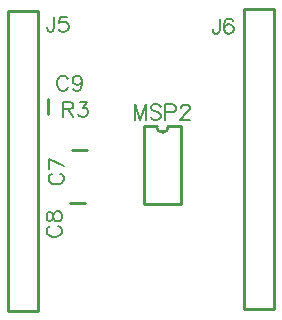
<source format=gto>
G04 DipTrace 3.0.0.2*
G04 TopSilk.gto*
%MOIN*%
G04 #@! TF.FileFunction,Legend,Top*
G04 #@! TF.Part,Single*
%ADD10C,0.009843*%
%ADD36C,0.00772*%
%FSLAX26Y26*%
G04*
G70*
G90*
G75*
G01*
G04 TopSilk*
%LPD*%
X851441Y1065023D2*
D10*
Y805163D1*
X977412Y1065023D2*
Y805163D1*
X851441D2*
X977412D1*
X851441Y1065023D2*
X894738D1*
X934115D2*
X977412D1*
X894738D2*
G03X934115Y1065023I19689J-9D01*
G01*
X500251Y1450271D2*
X400249D1*
Y450230D1*
X500251D1*
Y1450271D1*
X1187660Y456468D2*
X1287661D1*
Y1456508D1*
X1187660D1*
Y456468D1*
X612180Y985360D2*
X663322D1*
X605929Y810360D2*
X657071D1*
X533871Y1105852D2*
Y1156993D1*
X860151Y1088006D2*
D36*
Y1138246D1*
X841028Y1088006D1*
X821904Y1138246D1*
Y1088006D1*
X909083Y1131061D2*
X904330Y1135869D1*
X897145Y1138246D1*
X887584D1*
X880399Y1135869D1*
X875590Y1131061D1*
Y1126308D1*
X878022Y1121499D1*
X880399Y1119123D1*
X885152Y1116746D1*
X899522Y1111938D1*
X904330Y1109561D1*
X906707Y1107129D1*
X909083Y1102376D1*
Y1095191D1*
X904330Y1090438D1*
X897145Y1088006D1*
X887584D1*
X880399Y1090438D1*
X875590Y1095191D1*
X924523Y1111938D2*
X946078D1*
X953208Y1114314D1*
X955639Y1116746D1*
X958016Y1121499D1*
Y1128684D1*
X955639Y1133438D1*
X953208Y1135869D1*
X946078Y1138246D1*
X924523D1*
Y1088006D1*
X975887Y1126253D2*
Y1128629D1*
X978264Y1133438D1*
X980640Y1135814D1*
X985449Y1138191D1*
X995010D1*
X999764Y1135814D1*
X1002140Y1133438D1*
X1004572Y1128629D1*
Y1123876D1*
X1002140Y1119068D1*
X997387Y1111938D1*
X973455Y1088006D1*
X1006949D1*
X552710Y1430807D2*
Y1392561D1*
X550333Y1385376D1*
X547901Y1382999D1*
X543148Y1380567D1*
X538339D1*
X533586Y1382999D1*
X531210Y1385376D1*
X528778Y1392561D1*
Y1397314D1*
X596834Y1430752D2*
X572957D1*
X570581Y1409252D1*
X572957Y1411629D1*
X580142Y1414060D1*
X587272D1*
X594457Y1411629D1*
X599266Y1406875D1*
X601642Y1399690D1*
Y1394937D1*
X599266Y1387752D1*
X594457Y1382944D1*
X587272Y1380567D1*
X580142D1*
X572957Y1382944D1*
X570581Y1385376D1*
X568149Y1390129D1*
X1105166Y1424543D2*
Y1386297D1*
X1102789Y1379112D1*
X1100357Y1376735D1*
X1095604Y1374303D1*
X1090796D1*
X1086042Y1376735D1*
X1083666Y1379112D1*
X1081234Y1386297D1*
Y1391050D1*
X1149290Y1417358D2*
X1146913Y1422111D1*
X1139728Y1424488D1*
X1134975D1*
X1127790Y1422111D1*
X1122981Y1414926D1*
X1120605Y1402988D1*
Y1391050D1*
X1122981Y1381488D1*
X1127790Y1376680D1*
X1134975Y1374303D1*
X1137352D1*
X1144481Y1376680D1*
X1149290Y1381488D1*
X1151666Y1388673D1*
Y1391050D1*
X1149290Y1398235D1*
X1144481Y1402988D1*
X1137352Y1405365D1*
X1134975D1*
X1127790Y1402988D1*
X1122981Y1398235D1*
X1120605Y1391050D1*
X546938Y907952D2*
X542185Y905575D1*
X537377Y900767D1*
X535000Y896014D1*
Y886452D1*
X537377Y881643D1*
X542185Y876890D1*
X546938Y874458D1*
X554123Y872082D1*
X566117D1*
X573247Y874458D1*
X578055Y876890D1*
X582808Y881643D1*
X585240Y886452D1*
Y896013D1*
X582808Y900767D1*
X578055Y905575D1*
X573247Y907952D1*
X585240Y932952D2*
X535055Y956884D1*
Y923391D1*
X540688Y732979D2*
X535934Y730603D1*
X531126Y725794D1*
X528749Y721041D1*
Y711480D1*
X531126Y706671D1*
X535934Y701918D1*
X540688Y699486D1*
X547873Y697109D1*
X559866D1*
X566996Y699486D1*
X571804Y701918D1*
X576558Y706671D1*
X578989Y711479D1*
Y721041D1*
X576558Y725794D1*
X571804Y730603D1*
X566996Y732979D1*
X528805Y760357D2*
X531181Y753227D1*
X535934Y750795D1*
X540743D1*
X545496Y753227D1*
X547928Y757980D1*
X550305Y767542D1*
X552681Y774727D1*
X557490Y779480D1*
X562243Y781857D1*
X569428D1*
X574181Y779480D1*
X576613Y777103D1*
X578989Y769918D1*
Y760357D1*
X576613Y753227D1*
X574181Y750795D1*
X569428Y748419D1*
X562243D1*
X557490Y750795D1*
X552681Y755604D1*
X550305Y762733D1*
X547928Y772295D1*
X545496Y777103D1*
X540743Y779480D1*
X535934D1*
X531181Y777103D1*
X528805Y769918D1*
Y760357D1*
X599405Y1222235D2*
X597028Y1226988D1*
X592220Y1231797D1*
X587467Y1234173D1*
X577905D1*
X573097Y1231797D1*
X568344Y1226988D1*
X565912Y1222235D1*
X563535Y1215050D1*
Y1203056D1*
X565912Y1195927D1*
X568344Y1191118D1*
X573097Y1186365D1*
X577905Y1183933D1*
X587467D1*
X592220Y1186365D1*
X597028Y1191118D1*
X599405Y1195927D1*
X645961Y1217427D2*
X643529Y1210241D1*
X638776Y1205433D1*
X631591Y1203056D1*
X629214D1*
X622029Y1205433D1*
X617276Y1210241D1*
X614844Y1217427D1*
Y1219803D1*
X617276Y1226988D1*
X622029Y1231741D1*
X629214Y1234118D1*
X631591D1*
X638776Y1231741D1*
X643529Y1226988D1*
X645961Y1217427D1*
Y1205433D1*
X643529Y1193495D1*
X638776Y1186310D1*
X631591Y1183933D1*
X626838D1*
X619653Y1186310D1*
X617276Y1191118D1*
X584135Y1122819D2*
X605635D1*
X612820Y1125251D1*
X615252Y1127627D1*
X617628Y1132381D1*
Y1137189D1*
X615252Y1141942D1*
X612820Y1144374D1*
X605635Y1146751D1*
X584135D1*
Y1096511D1*
X600881Y1122819D2*
X617628Y1096511D1*
X637876Y1146695D2*
X664129D1*
X649814Y1127572D1*
X656999D1*
X661752Y1125196D1*
X664129Y1122819D1*
X666561Y1115634D1*
Y1110881D1*
X664129Y1103696D1*
X659376Y1098887D1*
X652191Y1096511D1*
X645006D1*
X637876Y1098887D1*
X635499Y1101319D1*
X633067Y1106072D1*
M02*

</source>
